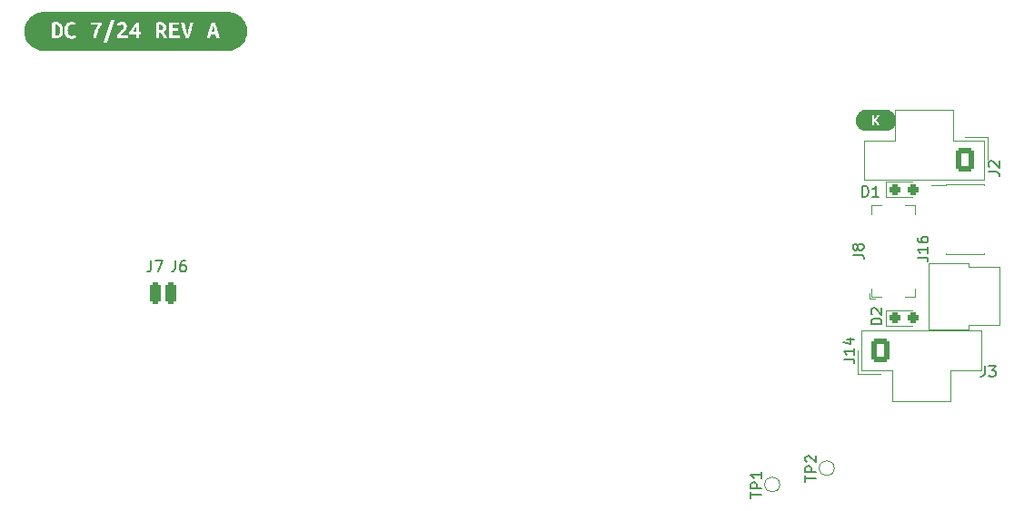
<source format=gbr>
%TF.GenerationSoftware,KiCad,Pcbnew,8.0.2*%
%TF.CreationDate,2024-07-28T21:03:14+03:00*%
%TF.ProjectId,hiro_samurai,6869726f-5f73-4616-9d75-7261692e6b69,rev?*%
%TF.SameCoordinates,Original*%
%TF.FileFunction,Legend,Top*%
%TF.FilePolarity,Positive*%
%FSLAX46Y46*%
G04 Gerber Fmt 4.6, Leading zero omitted, Abs format (unit mm)*
G04 Created by KiCad (PCBNEW 8.0.2) date 2024-07-28 21:03:14*
%MOMM*%
%LPD*%
G01*
G04 APERTURE LIST*
G04 Aperture macros list*
%AMRoundRect*
0 Rectangle with rounded corners*
0 $1 Rounding radius*
0 $2 $3 $4 $5 $6 $7 $8 $9 X,Y pos of 4 corners*
0 Add a 4 corners polygon primitive as box body*
4,1,4,$2,$3,$4,$5,$6,$7,$8,$9,$2,$3,0*
0 Add four circle primitives for the rounded corners*
1,1,$1+$1,$2,$3*
1,1,$1+$1,$4,$5*
1,1,$1+$1,$6,$7*
1,1,$1+$1,$8,$9*
0 Add four rect primitives between the rounded corners*
20,1,$1+$1,$2,$3,$4,$5,0*
20,1,$1+$1,$4,$5,$6,$7,0*
20,1,$1+$1,$6,$7,$8,$9,0*
20,1,$1+$1,$8,$9,$2,$3,0*%
%AMFreePoly0*
4,1,22,0.945671,0.830970,1.026777,0.776777,1.080970,0.695671,1.100000,0.600000,1.100000,-0.600000,1.080970,-0.695671,1.026777,-0.776777,0.945671,-0.830970,0.850000,-0.850000,-0.450000,-0.850000,-0.545671,-0.830970,-0.626777,-0.776777,-1.026777,-0.376777,-1.080970,-0.295671,-1.100000,-0.200000,-1.100000,0.600000,-1.080970,0.695671,-1.026777,0.776777,-0.945671,0.830970,-0.850000,0.850000,
0.850000,0.850000,0.945671,0.830970,0.945671,0.830970,$1*%
%AMFreePoly1*
4,1,22,0.945671,0.830970,1.026777,0.776777,1.080970,0.695671,1.100000,0.600000,1.100000,-0.600000,1.080970,-0.695671,1.026777,-0.776777,0.945671,-0.830970,0.850000,-0.850000,-0.850000,-0.850000,-0.945671,-0.830970,-1.026777,-0.776777,-1.080970,-0.695671,-1.100000,-0.600000,-1.100000,0.200000,-1.080970,0.295671,-1.026777,0.376777,-0.626777,0.776777,-0.545671,0.830970,-0.450000,0.850000,
0.850000,0.850000,0.945671,0.830970,0.945671,0.830970,$1*%
G04 Aperture macros list end*
%ADD10C,0.150000*%
%ADD11C,0.000000*%
%ADD12C,0.120000*%
%ADD13C,1.300000*%
%ADD14RoundRect,0.250000X0.600000X-0.850000X0.600000X0.850000X-0.600000X0.850000X-0.600000X-0.850000X0*%
%ADD15O,1.700000X2.200000*%
%ADD16R,2.400000X0.740000*%
%ADD17RoundRect,0.250000X-0.250000X-0.750000X0.250000X-0.750000X0.250000X0.750000X-0.250000X0.750000X0*%
%ADD18C,0.660000*%
%ADD19O,0.580000X1.000000*%
%ADD20R,0.850000X0.300000*%
%ADD21C,1.100000*%
%ADD22C,3.200000*%
%ADD23C,1.000000*%
%ADD24RoundRect,0.237500X-0.287500X-0.237500X0.287500X-0.237500X0.287500X0.237500X-0.287500X0.237500X0*%
%ADD25FreePoly0,180.000000*%
%ADD26O,2.200000X1.700000*%
%ADD27RoundRect,0.250000X-0.600000X0.850000X-0.600000X-0.850000X0.600000X-0.850000X0.600000X0.850000X0*%
%ADD28FreePoly1,180.000000*%
%ADD29R,3.800000X3.800000*%
%ADD30C,3.800000*%
%ADD31C,0.600000*%
G04 APERTURE END LIST*
D10*
X84985061Y22918422D02*
X85699346Y22918422D01*
X85699346Y22918422D02*
X85842203Y22870803D01*
X85842203Y22870803D02*
X85937442Y22775565D01*
X85937442Y22775565D02*
X85985061Y22632708D01*
X85985061Y22632708D02*
X85985061Y22537470D01*
X85985061Y23918422D02*
X85985061Y23346994D01*
X85985061Y23632708D02*
X84985061Y23632708D01*
X84985061Y23632708D02*
X85127918Y23537470D01*
X85127918Y23537470D02*
X85223156Y23442232D01*
X85223156Y23442232D02*
X85270775Y23346994D01*
X85318394Y24775565D02*
X85985061Y24775565D01*
X84937442Y24537470D02*
X85651727Y24299375D01*
X85651727Y24299375D02*
X85651727Y24918422D01*
X91849819Y32405477D02*
X92564104Y32405477D01*
X92564104Y32405477D02*
X92706961Y32357858D01*
X92706961Y32357858D02*
X92802200Y32262620D01*
X92802200Y32262620D02*
X92849819Y32119763D01*
X92849819Y32119763D02*
X92849819Y32024525D01*
X92849819Y33405477D02*
X92849819Y32834049D01*
X92849819Y33119763D02*
X91849819Y33119763D01*
X91849819Y33119763D02*
X91992676Y33024525D01*
X91992676Y33024525D02*
X92087914Y32929287D01*
X92087914Y32929287D02*
X92135533Y32834049D01*
X91849819Y34262620D02*
X91849819Y34072144D01*
X91849819Y34072144D02*
X91897438Y33976906D01*
X91897438Y33976906D02*
X91945057Y33929287D01*
X91945057Y33929287D02*
X92087914Y33834049D01*
X92087914Y33834049D02*
X92278390Y33786430D01*
X92278390Y33786430D02*
X92659342Y33786430D01*
X92659342Y33786430D02*
X92754580Y33834049D01*
X92754580Y33834049D02*
X92802200Y33881668D01*
X92802200Y33881668D02*
X92849819Y33976906D01*
X92849819Y33976906D02*
X92849819Y34167382D01*
X92849819Y34167382D02*
X92802200Y34262620D01*
X92802200Y34262620D02*
X92754580Y34310239D01*
X92754580Y34310239D02*
X92659342Y34357858D01*
X92659342Y34357858D02*
X92421247Y34357858D01*
X92421247Y34357858D02*
X92326009Y34310239D01*
X92326009Y34310239D02*
X92278390Y34262620D01*
X92278390Y34262620D02*
X92230771Y34167382D01*
X92230771Y34167382D02*
X92230771Y33976906D01*
X92230771Y33976906D02*
X92278390Y33881668D01*
X92278390Y33881668D02*
X92326009Y33834049D01*
X92326009Y33834049D02*
X92421247Y33786430D01*
X20466666Y32100181D02*
X20466666Y31385896D01*
X20466666Y31385896D02*
X20419047Y31243039D01*
X20419047Y31243039D02*
X20323809Y31147800D01*
X20323809Y31147800D02*
X20180952Y31100181D01*
X20180952Y31100181D02*
X20085714Y31100181D01*
X20847619Y32100181D02*
X21514285Y32100181D01*
X21514285Y32100181D02*
X21085714Y31100181D01*
X85856519Y32671667D02*
X86570804Y32671667D01*
X86570804Y32671667D02*
X86713661Y32624048D01*
X86713661Y32624048D02*
X86808900Y32528810D01*
X86808900Y32528810D02*
X86856519Y32385953D01*
X86856519Y32385953D02*
X86856519Y32290715D01*
X86285090Y33290715D02*
X86237471Y33195477D01*
X86237471Y33195477D02*
X86189852Y33147858D01*
X86189852Y33147858D02*
X86094614Y33100239D01*
X86094614Y33100239D02*
X86046995Y33100239D01*
X86046995Y33100239D02*
X85951757Y33147858D01*
X85951757Y33147858D02*
X85904138Y33195477D01*
X85904138Y33195477D02*
X85856519Y33290715D01*
X85856519Y33290715D02*
X85856519Y33481191D01*
X85856519Y33481191D02*
X85904138Y33576429D01*
X85904138Y33576429D02*
X85951757Y33624048D01*
X85951757Y33624048D02*
X86046995Y33671667D01*
X86046995Y33671667D02*
X86094614Y33671667D01*
X86094614Y33671667D02*
X86189852Y33624048D01*
X86189852Y33624048D02*
X86237471Y33576429D01*
X86237471Y33576429D02*
X86285090Y33481191D01*
X86285090Y33481191D02*
X86285090Y33290715D01*
X86285090Y33290715D02*
X86332709Y33195477D01*
X86332709Y33195477D02*
X86380328Y33147858D01*
X86380328Y33147858D02*
X86475566Y33100239D01*
X86475566Y33100239D02*
X86666042Y33100239D01*
X86666042Y33100239D02*
X86761280Y33147858D01*
X86761280Y33147858D02*
X86808900Y33195477D01*
X86808900Y33195477D02*
X86856519Y33290715D01*
X86856519Y33290715D02*
X86856519Y33481191D01*
X86856519Y33481191D02*
X86808900Y33576429D01*
X86808900Y33576429D02*
X86761280Y33624048D01*
X86761280Y33624048D02*
X86666042Y33671667D01*
X86666042Y33671667D02*
X86475566Y33671667D01*
X86475566Y33671667D02*
X86380328Y33624048D01*
X86380328Y33624048D02*
X86332709Y33576429D01*
X86332709Y33576429D02*
X86285090Y33481191D01*
X81417819Y11497096D02*
X81417819Y12068524D01*
X82417819Y11782810D02*
X81417819Y11782810D01*
X82417819Y12401858D02*
X81417819Y12401858D01*
X81417819Y12401858D02*
X81417819Y12782810D01*
X81417819Y12782810D02*
X81465438Y12878048D01*
X81465438Y12878048D02*
X81513057Y12925667D01*
X81513057Y12925667D02*
X81608295Y12973286D01*
X81608295Y12973286D02*
X81751152Y12973286D01*
X81751152Y12973286D02*
X81846390Y12925667D01*
X81846390Y12925667D02*
X81894009Y12878048D01*
X81894009Y12878048D02*
X81941628Y12782810D01*
X81941628Y12782810D02*
X81941628Y12401858D01*
X81513057Y13354239D02*
X81465438Y13401858D01*
X81465438Y13401858D02*
X81417819Y13497096D01*
X81417819Y13497096D02*
X81417819Y13735191D01*
X81417819Y13735191D02*
X81465438Y13830429D01*
X81465438Y13830429D02*
X81513057Y13878048D01*
X81513057Y13878048D02*
X81608295Y13925667D01*
X81608295Y13925667D02*
X81703533Y13925667D01*
X81703533Y13925667D02*
X81846390Y13878048D01*
X81846390Y13878048D02*
X82417819Y13306620D01*
X82417819Y13306620D02*
X82417819Y13925667D01*
X88539819Y26176906D02*
X87539819Y26176906D01*
X87539819Y26176906D02*
X87539819Y26415001D01*
X87539819Y26415001D02*
X87587438Y26557858D01*
X87587438Y26557858D02*
X87682676Y26653096D01*
X87682676Y26653096D02*
X87777914Y26700715D01*
X87777914Y26700715D02*
X87968390Y26748334D01*
X87968390Y26748334D02*
X88111247Y26748334D01*
X88111247Y26748334D02*
X88301723Y26700715D01*
X88301723Y26700715D02*
X88396961Y26653096D01*
X88396961Y26653096D02*
X88492200Y26557858D01*
X88492200Y26557858D02*
X88539819Y26415001D01*
X88539819Y26415001D02*
X88539819Y26176906D01*
X87635057Y27129287D02*
X87587438Y27176906D01*
X87587438Y27176906D02*
X87539819Y27272144D01*
X87539819Y27272144D02*
X87539819Y27510239D01*
X87539819Y27510239D02*
X87587438Y27605477D01*
X87587438Y27605477D02*
X87635057Y27653096D01*
X87635057Y27653096D02*
X87730295Y27700715D01*
X87730295Y27700715D02*
X87825533Y27700715D01*
X87825533Y27700715D02*
X87968390Y27653096D01*
X87968390Y27653096D02*
X88539819Y27081668D01*
X88539819Y27081668D02*
X88539819Y27700715D01*
X86736905Y38085181D02*
X86736905Y39085181D01*
X86736905Y39085181D02*
X86975000Y39085181D01*
X86975000Y39085181D02*
X87117857Y39037562D01*
X87117857Y39037562D02*
X87213095Y38942324D01*
X87213095Y38942324D02*
X87260714Y38847086D01*
X87260714Y38847086D02*
X87308333Y38656610D01*
X87308333Y38656610D02*
X87308333Y38513753D01*
X87308333Y38513753D02*
X87260714Y38323277D01*
X87260714Y38323277D02*
X87213095Y38228039D01*
X87213095Y38228039D02*
X87117857Y38132800D01*
X87117857Y38132800D02*
X86975000Y38085181D01*
X86975000Y38085181D02*
X86736905Y38085181D01*
X88260714Y38085181D02*
X87689286Y38085181D01*
X87975000Y38085181D02*
X87975000Y39085181D01*
X87975000Y39085181D02*
X87879762Y38942324D01*
X87879762Y38942324D02*
X87784524Y38847086D01*
X87784524Y38847086D02*
X87689286Y38799467D01*
X98131666Y22290181D02*
X98131666Y21575896D01*
X98131666Y21575896D02*
X98084047Y21433039D01*
X98084047Y21433039D02*
X97988809Y21337800D01*
X97988809Y21337800D02*
X97845952Y21290181D01*
X97845952Y21290181D02*
X97750714Y21290181D01*
X98512619Y22290181D02*
X99131666Y22290181D01*
X99131666Y22290181D02*
X98798333Y21909229D01*
X98798333Y21909229D02*
X98941190Y21909229D01*
X98941190Y21909229D02*
X99036428Y21861610D01*
X99036428Y21861610D02*
X99084047Y21813991D01*
X99084047Y21813991D02*
X99131666Y21718753D01*
X99131666Y21718753D02*
X99131666Y21480658D01*
X99131666Y21480658D02*
X99084047Y21385420D01*
X99084047Y21385420D02*
X99036428Y21337800D01*
X99036428Y21337800D02*
X98941190Y21290181D01*
X98941190Y21290181D02*
X98655476Y21290181D01*
X98655476Y21290181D02*
X98560238Y21337800D01*
X98560238Y21337800D02*
X98512619Y21385420D01*
X98469819Y40421667D02*
X99184104Y40421667D01*
X99184104Y40421667D02*
X99326961Y40374048D01*
X99326961Y40374048D02*
X99422200Y40278810D01*
X99422200Y40278810D02*
X99469819Y40135953D01*
X99469819Y40135953D02*
X99469819Y40040715D01*
X98565057Y40850239D02*
X98517438Y40897858D01*
X98517438Y40897858D02*
X98469819Y40993096D01*
X98469819Y40993096D02*
X98469819Y41231191D01*
X98469819Y41231191D02*
X98517438Y41326429D01*
X98517438Y41326429D02*
X98565057Y41374048D01*
X98565057Y41374048D02*
X98660295Y41421667D01*
X98660295Y41421667D02*
X98755533Y41421667D01*
X98755533Y41421667D02*
X98898390Y41374048D01*
X98898390Y41374048D02*
X99469819Y40802620D01*
X99469819Y40802620D02*
X99469819Y41421667D01*
X76337819Y9973096D02*
X76337819Y10544524D01*
X77337819Y10258810D02*
X76337819Y10258810D01*
X77337819Y10877858D02*
X76337819Y10877858D01*
X76337819Y10877858D02*
X76337819Y11258810D01*
X76337819Y11258810D02*
X76385438Y11354048D01*
X76385438Y11354048D02*
X76433057Y11401667D01*
X76433057Y11401667D02*
X76528295Y11449286D01*
X76528295Y11449286D02*
X76671152Y11449286D01*
X76671152Y11449286D02*
X76766390Y11401667D01*
X76766390Y11401667D02*
X76814009Y11354048D01*
X76814009Y11354048D02*
X76861628Y11258810D01*
X76861628Y11258810D02*
X76861628Y10877858D01*
X77337819Y12401667D02*
X77337819Y11830239D01*
X77337819Y12115953D02*
X76337819Y12115953D01*
X76337819Y12115953D02*
X76480676Y12020715D01*
X76480676Y12020715D02*
X76575914Y11925477D01*
X76575914Y11925477D02*
X76623533Y11830239D01*
X22711666Y32100181D02*
X22711666Y31385896D01*
X22711666Y31385896D02*
X22664047Y31243039D01*
X22664047Y31243039D02*
X22568809Y31147800D01*
X22568809Y31147800D02*
X22425952Y31100181D01*
X22425952Y31100181D02*
X22330714Y31100181D01*
X23616428Y32100181D02*
X23425952Y32100181D01*
X23425952Y32100181D02*
X23330714Y32052562D01*
X23330714Y32052562D02*
X23283095Y32004943D01*
X23283095Y32004943D02*
X23187857Y31862086D01*
X23187857Y31862086D02*
X23140238Y31671610D01*
X23140238Y31671610D02*
X23140238Y31290658D01*
X23140238Y31290658D02*
X23187857Y31195420D01*
X23187857Y31195420D02*
X23235476Y31147800D01*
X23235476Y31147800D02*
X23330714Y31100181D01*
X23330714Y31100181D02*
X23521190Y31100181D01*
X23521190Y31100181D02*
X23616428Y31147800D01*
X23616428Y31147800D02*
X23664047Y31195420D01*
X23664047Y31195420D02*
X23711666Y31290658D01*
X23711666Y31290658D02*
X23711666Y31528753D01*
X23711666Y31528753D02*
X23664047Y31623991D01*
X23664047Y31623991D02*
X23616428Y31671610D01*
X23616428Y31671610D02*
X23521190Y31719229D01*
X23521190Y31719229D02*
X23330714Y31719229D01*
X23330714Y31719229D02*
X23235476Y31671610D01*
X23235476Y31671610D02*
X23187857Y31623991D01*
X23187857Y31623991D02*
X23140238Y31528753D01*
D11*
%TO.C,kibuzzard-66A68797*%
G36*
X88964373Y46221707D02*
G01*
X89062570Y46207141D01*
X89158866Y46183020D01*
X89252335Y46149576D01*
X89342075Y46107132D01*
X89427223Y46056096D01*
X89506959Y45996960D01*
X89580514Y45930294D01*
X89647181Y45856738D01*
X89706317Y45777003D01*
X89757353Y45691854D01*
X89799797Y45602114D01*
X89833240Y45508646D01*
X89857361Y45412349D01*
X89871928Y45314152D01*
X89876799Y45215000D01*
X89871928Y45115848D01*
X89857361Y45017651D01*
X89833240Y44921354D01*
X89799797Y44827886D01*
X89757353Y44738146D01*
X89706317Y44652997D01*
X89647181Y44573262D01*
X89580514Y44499706D01*
X89506959Y44433040D01*
X89427223Y44373904D01*
X89342075Y44322868D01*
X89252335Y44280424D01*
X89158866Y44246980D01*
X89062570Y44222859D01*
X88964373Y44208293D01*
X88865221Y44203422D01*
X88353643Y44203422D01*
X88129087Y44203422D01*
X87636357Y44203422D01*
X87124779Y44203422D01*
X87025627Y44208293D01*
X86927430Y44222859D01*
X86831134Y44246980D01*
X86737665Y44280424D01*
X86647925Y44322868D01*
X86562777Y44373904D01*
X86483041Y44433040D01*
X86409486Y44499706D01*
X86342819Y44573262D01*
X86283683Y44652997D01*
X86246520Y44715000D01*
X87636357Y44715000D01*
X87835065Y44715000D01*
X87835065Y45172189D01*
X87919879Y45080913D01*
X87963296Y45024774D01*
X88004693Y44964596D01*
X88043263Y44901591D01*
X88078199Y44836971D01*
X88129087Y44715000D01*
X88353643Y44715000D01*
X88327391Y44787092D01*
X88293869Y44861204D01*
X88254491Y44935517D01*
X88210670Y45008215D01*
X88163215Y45077884D01*
X88112932Y45143110D01*
X88061640Y45202480D01*
X88011155Y45254580D01*
X88060226Y45313950D01*
X88107278Y45375743D01*
X88151906Y45438142D01*
X88193708Y45499330D01*
X88231874Y45558700D01*
X88265598Y45615646D01*
X88319717Y45715000D01*
X88095162Y45715000D01*
X88046696Y45618069D01*
X87982884Y45509830D01*
X87909378Y45399976D01*
X87835065Y45299814D01*
X87835065Y45715000D01*
X87636357Y45715000D01*
X87636357Y44715000D01*
X86246520Y44715000D01*
X86232647Y44738146D01*
X86190203Y44827886D01*
X86156760Y44921354D01*
X86132639Y45017651D01*
X86118072Y45115848D01*
X86113201Y45215000D01*
X86118072Y45314152D01*
X86132639Y45412349D01*
X86156760Y45508646D01*
X86190203Y45602114D01*
X86232647Y45691854D01*
X86283683Y45777003D01*
X86342819Y45856738D01*
X86409486Y45930294D01*
X86483041Y45996960D01*
X86562777Y46056096D01*
X86647925Y46107132D01*
X86737665Y46149576D01*
X86831134Y46183020D01*
X86927430Y46207141D01*
X87025627Y46221707D01*
X87124779Y46226578D01*
X87636357Y46226578D01*
X88353643Y46226578D01*
X88865221Y46226578D01*
X88964373Y46221707D01*
G37*
D12*
%TO.C,J14*%
X86320242Y23727945D02*
X86320242Y21577945D01*
X86320242Y21577945D02*
X88450242Y21577945D01*
X86620242Y25577945D02*
X86620242Y21877945D01*
X86620242Y21877945D02*
X89490242Y21877945D01*
X89490242Y21877945D02*
X89490242Y19017945D01*
X89490242Y19017945D02*
X92200242Y19017945D01*
X92200242Y25577945D02*
X86620242Y25577945D01*
X92200242Y25577945D02*
X97780242Y25577945D01*
X94910242Y21877945D02*
X94910242Y19017945D01*
X94910242Y19017945D02*
X92200242Y19017945D01*
X97780242Y25577945D02*
X97780242Y21877945D01*
X97780242Y21877945D02*
X94910242Y21877945D01*
%TO.C,J16*%
X93173400Y39170000D02*
X94498400Y39170000D01*
X94498400Y39235000D02*
X94498400Y39170000D01*
X94498400Y39235000D02*
X98028400Y39235000D01*
X94498400Y32830000D02*
X94498400Y32765000D01*
X94498400Y32765000D02*
X98028400Y32765000D01*
X98028400Y39235000D02*
X98028400Y39170000D01*
X98028400Y32830000D02*
X98028400Y32765000D01*
%TO.C,J8*%
X87431700Y28585000D02*
X87431700Y29085000D01*
X87431700Y28585000D02*
X87931700Y28585000D01*
X87581700Y37275000D02*
X87581700Y36475000D01*
X87581700Y37275000D02*
X88481700Y37275000D01*
X87581700Y28735000D02*
X87581700Y29535000D01*
X87581700Y28735000D02*
X88481700Y28735000D01*
X91621700Y37275000D02*
X90721700Y37275000D01*
X91621700Y37275000D02*
X91621700Y36475000D01*
X91621700Y28735000D02*
X90721700Y28735000D01*
X91621700Y28735000D02*
X91621700Y29535000D01*
%TO.C,TP2*%
X84111000Y12759000D02*
G75*
G02*
X82711000Y12759000I-700000J0D01*
G01*
X82711000Y12759000D02*
G75*
G02*
X84111000Y12759000I700000J0D01*
G01*
%TO.C,D2*%
X88941700Y27490000D02*
X88941700Y26020000D01*
X88941700Y26020000D02*
X91401700Y26020000D01*
X91401700Y27490000D02*
X88941700Y27490000D01*
%TO.C,D1*%
X88941700Y39490000D02*
X88941700Y38020000D01*
X88941700Y38020000D02*
X91401700Y38020000D01*
X91401700Y39490000D02*
X88941700Y39490000D01*
%TO.C,J3*%
X92913507Y31882931D02*
X96613507Y31882931D01*
X92913507Y28802931D02*
X92913507Y31882931D01*
X92913507Y28802931D02*
X92913507Y25722931D01*
X92913507Y25722931D02*
X96613507Y25722931D01*
X96613507Y31882931D02*
X96613507Y31512931D01*
X96613507Y31512931D02*
X99473507Y31512931D01*
X96613507Y26092931D02*
X99473507Y26092931D01*
X96613507Y25722931D02*
X96613507Y26092931D01*
X99473507Y31512931D02*
X99473507Y28802931D01*
X99473507Y26092931D02*
X99473507Y28802931D01*
%TO.C,J2*%
X86915000Y43345000D02*
X89785000Y43345000D01*
X86915000Y39645000D02*
X86915000Y43345000D01*
X89785000Y46205000D02*
X92495000Y46205000D01*
X89785000Y43345000D02*
X89785000Y46205000D01*
X92495000Y39645000D02*
X86915000Y39645000D01*
X92495000Y39645000D02*
X98075000Y39645000D01*
X95205000Y46205000D02*
X92495000Y46205000D01*
X95205000Y43345000D02*
X95205000Y46205000D01*
X98075000Y43345000D02*
X95205000Y43345000D01*
X98075000Y39645000D02*
X98075000Y43345000D01*
X98375000Y43645000D02*
X96245000Y43645000D01*
X98375000Y41495000D02*
X98375000Y43645000D01*
%TO.C,TP1*%
X79031000Y11235000D02*
G75*
G02*
X77631000Y11235000I-700000J0D01*
G01*
X77631000Y11235000D02*
G75*
G02*
X79031000Y11235000I700000J0D01*
G01*
D11*
%TO.C,kibuzzard-66A557E3*%
G36*
X19055291Y53451535D02*
G01*
X18716034Y53451535D01*
X18788732Y53589661D01*
X18874758Y53728998D01*
X18965630Y53861066D01*
X19055291Y53979806D01*
X19055291Y53451535D01*
G37*
G36*
X26282674Y53901050D02*
G01*
X26321446Y53750808D01*
X26354160Y53601777D01*
X26383239Y53446688D01*
X26090024Y53446688D01*
X26120315Y53601777D01*
X26154241Y53750808D01*
X26193013Y53901050D01*
X26237843Y54062197D01*
X26282674Y53901050D01*
G37*
G36*
X21413732Y54096729D02*
G01*
X21497940Y54054927D01*
X21552464Y53983441D01*
X21570638Y53880452D01*
X21502787Y53712036D01*
X21413732Y53667508D01*
X21282270Y53652666D01*
X21216842Y53652666D01*
X21216842Y54103393D01*
X21265307Y54109451D01*
X21306502Y54110662D01*
X21413732Y54096729D01*
G37*
G36*
X11773384Y54068255D02*
G01*
X11872738Y53955574D01*
X11923627Y53793215D01*
X11938166Y53604200D01*
X11933623Y53497274D01*
X11919992Y53399435D01*
X11859410Y53238288D01*
X11747940Y53131664D01*
X11577100Y53092892D01*
X11550444Y53092892D01*
X11523788Y53095315D01*
X11523788Y54103393D01*
X11567407Y54109451D01*
X11611026Y54110662D01*
X11773384Y54068255D01*
G37*
G36*
X27769464Y55305481D02*
G01*
X27945576Y55279357D01*
X28118279Y55236097D01*
X28285910Y55176117D01*
X28446855Y55099996D01*
X28599564Y55008466D01*
X28742566Y54902408D01*
X28874485Y54782845D01*
X28994048Y54650927D01*
X29100106Y54507925D01*
X29191636Y54355216D01*
X29267757Y54194271D01*
X29327737Y54026639D01*
X29370997Y53853936D01*
X29397120Y53677824D01*
X29405856Y53500000D01*
X29397120Y53322176D01*
X29370997Y53146064D01*
X29327737Y52973361D01*
X29267757Y52805729D01*
X29191636Y52644784D01*
X29100106Y52492075D01*
X28994048Y52349073D01*
X28874485Y52217155D01*
X28742566Y52097592D01*
X28599564Y51991534D01*
X28446855Y51900004D01*
X28285910Y51823883D01*
X28118279Y51763903D01*
X27945576Y51720643D01*
X27769464Y51694519D01*
X27591640Y51685784D01*
X26824273Y51685784D01*
X26504402Y51685784D01*
X23661914Y51685784D01*
X22152221Y51685784D01*
X21972900Y51685784D01*
X19353352Y51685784D01*
X18272577Y51685784D01*
X16365468Y51685784D01*
X15049637Y51685784D01*
X13023788Y51685784D01*
X11545598Y51685784D01*
X11225727Y51685784D01*
X10458360Y51685784D01*
X10280536Y51694519D01*
X10104424Y51720643D01*
X9931721Y51763903D01*
X9764090Y51823883D01*
X9603145Y51900004D01*
X9450436Y51991534D01*
X9307434Y52097592D01*
X9175515Y52217155D01*
X9055952Y52349073D01*
X8978763Y52453150D01*
X16055291Y52453150D01*
X16365468Y52453150D01*
X16923739Y54188207D01*
X17257229Y54188207D01*
X17405048Y53979806D01*
X17557714Y54093700D01*
X17705533Y54127625D01*
X17846082Y54077948D01*
X17901817Y53936187D01*
X17856987Y53807754D01*
X17743094Y53676898D01*
X17671607Y53607532D01*
X17595275Y53535137D01*
X17518942Y53458199D01*
X17447456Y53375202D01*
X17384451Y53285238D01*
X17333562Y53187399D01*
X17299939Y53080775D01*
X17288732Y52964459D01*
X17287520Y52913570D01*
X17293578Y52852989D01*
X18272577Y52852989D01*
X18272577Y53100162D01*
X17627989Y53100162D01*
X17653433Y53180129D01*
X17715226Y53266155D01*
X17792771Y53348546D01*
X17865468Y53417609D01*
X17872883Y53424879D01*
X18430089Y53424879D01*
X18430089Y53206785D01*
X19055291Y53206785D01*
X19055291Y52852989D01*
X19353352Y52852989D01*
X19353352Y53206785D01*
X19515711Y53206785D01*
X19515711Y53451535D01*
X19353352Y53451535D01*
X19353352Y54331179D01*
X20918780Y54331179D01*
X20918780Y52852989D01*
X21216842Y52852989D01*
X21216842Y53405493D01*
X21371931Y53405493D01*
X21454019Y53268275D01*
X21530654Y53132876D01*
X21600020Y52995658D01*
X21660299Y52852989D01*
X21972900Y52852989D01*
X22152221Y52852989D01*
X23114257Y52852989D01*
X23114257Y53100162D01*
X22450283Y53100162D01*
X22450283Y53521809D01*
X22980977Y53521809D01*
X22980977Y53768982D01*
X22450283Y53768982D01*
X22450283Y54105816D01*
X23060945Y54105816D01*
X23060945Y54352989D01*
X23242690Y54352989D01*
X23270557Y54217286D01*
X23310541Y54047658D01*
X23342582Y53920705D01*
X23377316Y53788638D01*
X23414742Y53651454D01*
X23454321Y53511578D01*
X23495517Y53371432D01*
X23538328Y53231018D01*
X23601939Y53031099D01*
X23661914Y52852989D01*
X23969669Y52852989D01*
X25656260Y52852989D01*
X25966438Y52852989D01*
X26034289Y53199515D01*
X26434128Y53199515D01*
X26504402Y52852989D01*
X26824273Y52852989D01*
X26784289Y53023053D01*
X26743821Y53188174D01*
X26702868Y53348352D01*
X26661430Y53503586D01*
X26619507Y53653877D01*
X26566726Y53836152D01*
X26513792Y54013429D01*
X26460708Y54185708D01*
X26407472Y54352989D01*
X26082754Y54352989D01*
X26031412Y54187071D01*
X25979160Y54016458D01*
X25926000Y53841150D01*
X25871931Y53661147D01*
X25828409Y53512116D01*
X25785081Y53356785D01*
X25741947Y53195153D01*
X25699006Y53027221D01*
X25656260Y52852989D01*
X23969669Y52852989D01*
X24015980Y52982095D01*
X24061214Y53114163D01*
X24105372Y53249192D01*
X24147779Y53384895D01*
X24187763Y53518982D01*
X24225323Y53651454D01*
X24276817Y53844406D01*
X24322254Y54028271D01*
X24361329Y54199111D01*
X24393740Y54352989D01*
X24081139Y54352989D01*
X24059330Y54226979D01*
X24032674Y54081583D01*
X24002383Y53924374D01*
X23969669Y53762924D01*
X23934532Y53600565D01*
X23896971Y53440630D01*
X23858199Y53290691D01*
X23819426Y53158320D01*
X23780351Y53292508D01*
X23740670Y53443053D01*
X23701898Y53602989D01*
X23665549Y53765347D01*
X23631926Y53926494D01*
X23601333Y54082795D01*
X23575889Y54227282D01*
X23557714Y54352989D01*
X23242690Y54352989D01*
X23060945Y54352989D01*
X22152221Y54352989D01*
X22152221Y52852989D01*
X21972900Y52852989D01*
X21903837Y53011712D01*
X21820234Y53178918D01*
X21730574Y53338853D01*
X21643336Y53478191D01*
X21749354Y53546648D01*
X21820234Y53640549D01*
X21860218Y53753231D01*
X21873546Y53878029D01*
X21863550Y53995860D01*
X21833562Y54097334D01*
X21718457Y54251212D01*
X21636066Y54303918D01*
X21539136Y54340872D01*
X21428877Y54362682D01*
X21306502Y54369952D01*
X21221688Y54367528D01*
X21119911Y54361470D01*
X21014499Y54349354D01*
X20918780Y54331179D01*
X19353352Y54331179D01*
X19353352Y54352989D01*
X19086793Y54352989D01*
X18989863Y54249697D01*
X18892932Y54133683D01*
X18798425Y54010400D01*
X18708764Y53885299D01*
X18625162Y53760804D01*
X18548829Y53639338D01*
X18482795Y53525747D01*
X18430089Y53424879D01*
X17872883Y53424879D01*
X17989055Y53538772D01*
X18098102Y53669628D01*
X18175646Y53808966D01*
X18204725Y53957997D01*
X18165953Y54145800D01*
X18061753Y54280291D01*
X17911511Y54360258D01*
X17734612Y54386914D01*
X17608300Y54374798D01*
X17481381Y54338449D01*
X17361733Y54276656D01*
X17257229Y54188207D01*
X16923739Y54188207D01*
X17039136Y54546850D01*
X16733805Y54546850D01*
X16055291Y52453150D01*
X8978763Y52453150D01*
X8949894Y52492075D01*
X8858364Y52644784D01*
X8782243Y52805729D01*
X8722263Y52973361D01*
X8679003Y53146064D01*
X8652880Y53322176D01*
X8644144Y53500000D01*
X8652880Y53677824D01*
X8679003Y53853936D01*
X8722263Y54026639D01*
X8782243Y54194271D01*
X8848142Y54333603D01*
X11225727Y54333603D01*
X11225727Y52869952D01*
X11389297Y52842084D01*
X11545598Y52833603D01*
X11691902Y52844204D01*
X11825485Y52876010D01*
X11943922Y52930836D01*
X12044790Y53010501D01*
X12126878Y53116216D01*
X12188974Y53249192D01*
X12228049Y53411248D01*
X12241074Y53604200D01*
X12371931Y53604200D01*
X12382381Y53427151D01*
X12413732Y53271607D01*
X12465983Y53137571D01*
X12539136Y53025040D01*
X12667299Y52911955D01*
X12828850Y52844103D01*
X13023788Y52821486D01*
X13156159Y52829665D01*
X13272173Y52854200D01*
X13443013Y52925687D01*
X13367892Y53160743D01*
X13245517Y53107431D01*
X13052868Y53080775D01*
X12879907Y53115004D01*
X12763288Y53217690D01*
X12714149Y53322294D01*
X12684666Y53453554D01*
X12674838Y53611470D01*
X12683017Y53747173D01*
X12707553Y53858643D01*
X12792367Y54017367D01*
X12911107Y54102181D01*
X13048021Y54127625D01*
X13228554Y54102181D01*
X13363045Y54040388D01*
X13384409Y54105816D01*
X14848506Y54105816D01*
X15478554Y54105816D01*
X15411309Y53986167D01*
X15340428Y53845315D01*
X15270456Y53689317D01*
X15205937Y53524233D01*
X15148687Y53353695D01*
X15100525Y53181341D01*
X15065994Y53012621D01*
X15049637Y52852989D01*
X15352544Y52852989D01*
X15374657Y53047153D01*
X15416761Y53241922D01*
X15473102Y53431240D01*
X15537924Y53609047D01*
X15609107Y53772011D01*
X15684532Y53916801D01*
X15759047Y54037359D01*
X15827504Y54127625D01*
X15827504Y54352989D01*
X14848506Y54352989D01*
X14848506Y54105816D01*
X13384409Y54105816D01*
X13440590Y54277868D01*
X13390913Y54306947D01*
X13309733Y54343296D01*
X13197052Y54373586D01*
X13052868Y54386914D01*
X12910804Y54373889D01*
X12780250Y54334814D01*
X12663934Y54270598D01*
X12564580Y54182149D01*
X12483704Y54070376D01*
X12422819Y53936187D01*
X12384653Y53780493D01*
X12371931Y53604200D01*
X12241074Y53604200D01*
X12229261Y53792912D01*
X12193821Y53951939D01*
X12137177Y54083401D01*
X12061753Y54189418D01*
X11967548Y54270295D01*
X11854564Y54326333D01*
X11725828Y54359047D01*
X11584370Y54369952D01*
X11417165Y54362682D01*
X11225727Y54333603D01*
X8848142Y54333603D01*
X8858364Y54355216D01*
X8949894Y54507925D01*
X9055952Y54650927D01*
X9175515Y54782845D01*
X9307434Y54902408D01*
X9450436Y55008466D01*
X9603145Y55099996D01*
X9764090Y55176117D01*
X9931721Y55236097D01*
X10104424Y55279357D01*
X10280536Y55305481D01*
X10458360Y55314216D01*
X11225727Y55314216D01*
X26824273Y55314216D01*
X27591640Y55314216D01*
X27769464Y55305481D01*
G37*
%TD*%
%LPC*%
D13*
%TO.C,J14*%
X92200242Y22387945D03*
D14*
X88450242Y23727945D03*
D15*
X90950242Y23727945D03*
X93450242Y23727945D03*
X95950242Y23727945D03*
%TD*%
D16*
%TO.C,J16*%
X94313400Y38540000D03*
X98213400Y38540000D03*
X94313400Y37270000D03*
X98213400Y37270000D03*
X94313400Y36000000D03*
X98213400Y36000000D03*
X94313400Y34730000D03*
X98213400Y34730000D03*
X94313400Y33460000D03*
X98213400Y33460000D03*
%TD*%
D17*
%TO.C,J7*%
X20876200Y29116600D03*
%TD*%
D18*
%TO.C,J8*%
X89601700Y29255000D03*
D19*
X89601700Y36755000D03*
D20*
X88766700Y30255000D03*
X88766700Y30755000D03*
X88766700Y31255000D03*
X88766700Y31755000D03*
X88766700Y32255000D03*
X88766700Y32755000D03*
X88766700Y33255000D03*
X88766700Y33755000D03*
X88766700Y34255000D03*
X88766700Y34755000D03*
X88766700Y35255000D03*
X88766700Y35755000D03*
X90436700Y35755000D03*
X90436700Y35255000D03*
X90436700Y34755000D03*
X90436700Y34255000D03*
X90436700Y33755000D03*
X90436700Y33255000D03*
X90436700Y32755000D03*
X90436700Y32255000D03*
X90436700Y31755000D03*
X90436700Y31255000D03*
X90436700Y30755000D03*
X90436700Y30255000D03*
D21*
X87451700Y30605000D03*
X91751700Y30605000D03*
X87451700Y35405000D03*
X91751700Y35405000D03*
%TD*%
D22*
%TO.C,H3*%
X3601700Y12005000D03*
%TD*%
%TO.C,H4*%
X94601700Y12005000D03*
%TD*%
D23*
%TO.C,TP2*%
X83411000Y12759000D03*
%TD*%
D22*
%TO.C,H2*%
X3601700Y54005000D03*
%TD*%
D24*
%TO.C,D2*%
X89726700Y26755000D03*
X91476700Y26755000D03*
%TD*%
%TO.C,D1*%
X89726700Y38755000D03*
X91476700Y38755000D03*
%TD*%
D22*
%TO.C,H1*%
X94601700Y54005000D03*
%TD*%
D13*
%TO.C,J3*%
X96103507Y28802931D03*
D25*
X94763507Y27552931D03*
D26*
X94763507Y30052931D03*
%TD*%
D13*
%TO.C,J2*%
X92495000Y42835000D03*
D27*
X96245000Y41495000D03*
D15*
X93745000Y41495000D03*
X91245000Y41495000D03*
X88745000Y41495000D03*
%TD*%
D23*
%TO.C,TP1*%
X78331000Y11235000D03*
%TD*%
D17*
%TO.C,J6*%
X22298600Y29116600D03*
%TD*%
D13*
%TO.C,J9*%
X33941700Y46005000D03*
D28*
X32601700Y47255000D03*
D26*
X32601700Y44755000D03*
%TD*%
D13*
%TO.C,J4*%
X8327000Y3939000D03*
D27*
X2077000Y2599000D03*
D15*
X4577000Y2599000D03*
X7077000Y2599000D03*
X9577000Y2599000D03*
X12077000Y2599000D03*
X14577000Y2599000D03*
%TD*%
D13*
%TO.C,J5*%
X8287000Y61595000D03*
D14*
X14537000Y62935000D03*
D15*
X12037000Y62935000D03*
X9537000Y62935000D03*
X7037000Y62935000D03*
X4537000Y62935000D03*
X2037000Y62935000D03*
%TD*%
D13*
%TO.C,J10*%
X25345000Y3939000D03*
D27*
X19095000Y2599000D03*
D15*
X21595000Y2599000D03*
X24095000Y2599000D03*
X26595000Y2599000D03*
X29095000Y2599000D03*
X31595000Y2599000D03*
%TD*%
D13*
%TO.C,J13*%
X42441000Y3939000D03*
D27*
X36191000Y2599000D03*
D15*
X38691000Y2599000D03*
X41191000Y2599000D03*
X43691000Y2599000D03*
X46191000Y2599000D03*
X48691000Y2599000D03*
%TD*%
D29*
%TO.C,J1*%
X19991000Y62035000D03*
D30*
X24991000Y62035000D03*
%TD*%
D13*
%TO.C,J12*%
X38851700Y61595000D03*
D14*
X47601700Y62935000D03*
D15*
X45101700Y62935000D03*
X42601700Y62935000D03*
X40101700Y62935000D03*
X37601700Y62935000D03*
X35101700Y62935000D03*
X32601700Y62935000D03*
X30101700Y62935000D03*
%TD*%
D31*
%TO.C,U3*%
X62722601Y29913770D03*
X62722601Y28413770D03*
X63472601Y30663770D03*
X63472601Y29163770D03*
X63472601Y27663770D03*
X64222601Y29913770D03*
X64222601Y28413770D03*
X64972601Y30663770D03*
X64972601Y29163770D03*
X64972601Y27663770D03*
X65722601Y29913770D03*
X65722601Y28413770D03*
%TD*%
%LPD*%
M02*

</source>
